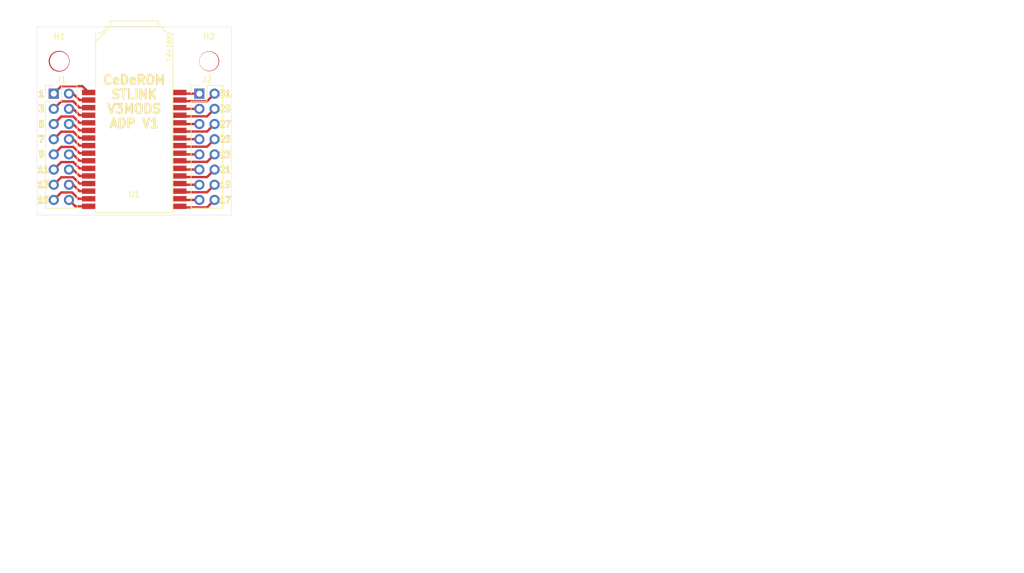
<source format=kicad_pcb>
(kicad_pcb (version 20241229) (generator "pcbnew") (generator_version "9.0")
  (title_block (title "CeDeROM STLINK-V3MODS ADAPTER") (date "2025-08-19") (rev "1") (company "CeDeROM"))
  (layers (0 "F.Cu" signal) (2 "B.Cu" signal) (13 "F.Paste" user) (15 "B.Paste" user) (5 "F.SilkS" user "F.Silkscreen") (7 "B.SilkS" user "B.Silkscreen") (1 "F.Mask" user) (3 "B.Mask" user) (25 "Edge.Cuts" user))
  (net 0 "")
  (net 1 "Net-(J1-Pin_14)")
  (net 2 "Net-(J1-Pin_2)")
  (net 3 "Net-(J1-Pin_16)")
  (net 4 "Net-(J1-Pin_9)")
  (net 5 "Net-(J1-Pin_7)")
  (net 6 "Net-(J1-Pin_5)")
  (net 7 "Net-(J1-Pin_12)")
  (net 8 "Net-(J1-Pin_3)")
  (net 9 "Net-(J1-Pin_1)")
  (net 10 "Net-(J1-Pin_4)")
  (net 11 "Net-(J1-Pin_13)")
  (net 12 "Net-(J1-Pin_8)")
  (net 13 "Net-(J1-Pin_11)")
  (net 14 "Net-(J1-Pin_15)")
  (net 15 "Net-(J1-Pin_10)")
  (net 16 "Net-(J1-Pin_6)")
  (net 17 "Net-(J2-Pin_4)")
  (net 18 "Net-(J2-Pin_5)")
  (net 19 "Net-(J2-Pin_10)")
  (net 20 "Net-(J2-Pin_1)")
  (net 21 "Net-(J2-Pin_16)")
  (net 22 "Net-(J2-Pin_11)")
  (net 23 "Net-(J2-Pin_12)")
  (net 24 "Net-(J2-Pin_8)")
  (net 25 "Net-(J2-Pin_6)")
  (net 26 "Net-(J2-Pin_13)")
  (net 27 "Net-(J2-Pin_15)")
  (net 28 "Net-(J2-Pin_2)")
  (net 29 "Net-(J2-Pin_9)")
  (net 30 "Net-(J2-Pin_7)")
  (net 31 "Net-(J2-Pin_3)")
  (net 32 "Net-(J2-Pin_14)")
  (footprint "MountingHole:MountingHole_3.2mm_M3" (layer "F.Cu") (at 130 90.25)
    (property "Reference" "H2" (at 0 -4.15 0) (layer "F.SilkS"))
    (property "Value" "MountingHole" (hide yes))
    (pad "" np_thru_hole circle (at 0 0) (size 3.2 3.2) (drill 3.2) (layers "*.Cu" "*.Mask"))
  )
  (footprint "Connector_PinHeader_2.54mm:PinHeader_2x08_P2.54mm_Vertical" (layer "F.Cu") (at 128.39 95.675)
    (property "Reference" "J2" (at 1.27 -2.38 0) (layer "F.SilkS"))
    (property "Value" "RIGHT")
    (fp_line (start -1.38 -1.38) (end 0 -1.38) (stroke (width 0.12)) (layer "F.SilkS"))
    (fp_line (start -1.38 0) (end -1.38 -1.38) (stroke (width 0.12)) (layer "F.SilkS"))
    (fp_line (start -1.38 1.27) (end -1.38 19.16) (stroke (width 0.12)) (layer "F.SilkS"))
    (fp_line (start -1.38 1.27) (end 1.27 1.27) (stroke (width 0.12)) (layer "F.SilkS"))
    (fp_line (start -1.38 19.16) (end 3.92 19.16) (stroke (width 0.12)) (layer "F.SilkS"))
    (fp_line (start 1.27 -1.38) (end 3.92 -1.38) (stroke (width 0.12)) (layer "F.SilkS"))
    (fp_line (start 1.27 1.27) (end 1.27 -1.38) (stroke (width 0.12)) (layer "F.SilkS"))
    (fp_line (start 3.92 -1.38) (end 3.92 19.16) (stroke (width 0.12)) (layer "F.SilkS"))
    (pad "1" thru_hole rect (at 0 0) (size 1.7 1.7) (drill 1) (layers "*.Cu" "*.Mask") (net 20 "Net-(J2-Pin_1)"))
    (pad "2" thru_hole circle (at 2.54 0) (size 1.7 1.7) (drill 1) (layers "*.Cu" "*.Mask") (net 28 "Net-(J2-Pin_2)"))
    (pad "3" thru_hole circle (at 0 2.54) (size 1.7 1.7) (drill 1) (layers "*.Cu" "*.Mask") (net 31 "Net-(J2-Pin_3)"))
    (pad "4" thru_hole circle (at 2.54 2.54) (size 1.7 1.7) (drill 1) (layers "*.Cu" "*.Mask") (net 17 "Net-(J2-Pin_4)"))
    (pad "5" thru_hole circle (at 0 5.08) (size 1.7 1.7) (drill 1) (layers "*.Cu" "*.Mask") (net 18 "Net-(J2-Pin_5)"))
    (pad "6" thru_hole circle (at 2.54 5.08) (size 1.7 1.7) (drill 1) (layers "*.Cu" "*.Mask") (net 25 "Net-(J2-Pin_6)"))
    (pad "7" thru_hole circle (at 0 7.62) (size 1.7 1.7) (drill 1) (layers "*.Cu" "*.Mask") (net 30 "Net-(J2-Pin_7)"))
    (pad "8" thru_hole circle (at 2.54 7.62) (size 1.7 1.7) (drill 1) (layers "*.Cu" "*.Mask") (net 24 "Net-(J2-Pin_8)"))
    (pad "9" thru_hole circle (at 0 10.16) (size 1.7 1.7) (drill 1) (layers "*.Cu" "*.Mask") (net 29 "Net-(J2-Pin_9)"))
    (pad "10" thru_hole circle (at 2.54 10.16) (size 1.7 1.7) (drill 1) (layers "*.Cu" "*.Mask") (net 19 "Net-(J2-Pin_10)"))
    (pad "11" thru_hole circle (at 0 12.7) (size 1.7 1.7) (drill 1) (layers "*.Cu" "*.Mask") (net 22 "Net-(J2-Pin_11)"))
    (pad "12" thru_hole circle (at 2.54 12.7) (size 1.7 1.7) (drill 1) (layers "*.Cu" "*.Mask") (net 23 "Net-(J2-Pin_12)"))
    (pad "13" thru_hole circle (at 0 15.24) (size 1.7 1.7) (drill 1) (layers "*.Cu" "*.Mask") (net 26 "Net-(J2-Pin_13)"))
    (pad "14" thru_hole circle (at 2.54 15.24) (size 1.7 1.7) (drill 1) (layers "*.Cu" "*.Mask") (net 32 "Net-(J2-Pin_14)"))
    (pad "15" thru_hole circle (at 0 17.78) (size 1.7 1.7) (drill 1) (layers "*.Cu" "*.Mask") (net 27 "Net-(J2-Pin_15)"))
    (pad "16" thru_hole circle (at 2.54 17.78) (size 1.7 1.7) (drill 1) (layers "*.Cu" "*.Mask") (net 21 "Net-(J2-Pin_16)"))
  )
  (footprint "CeDeROM:STLINK-V3MODS" (layer "F.Cu") (at 117.5 105)
    (property "Reference" "U1" (at 0 7.5 0) (layer "F.SilkS"))
    (property "Value" "STLINK-V3MODS")
    (fp_line (start -6.45 -18.05) (end -3.975 -20.525) (stroke (width 0.12)) (layer "F.SilkS"))
    (fp_line (start -6.45 10.55) (end -6.45 -19.423159) (stroke (width 0.12)) (layer "F.SilkS"))
    (fp_line (start -5.925284 -19.425) (end -6.45 -19.425) (stroke (width 0.12)) (layer "F.SilkS"))
    (fp_line (start -4.8 -20.525) (end 4.8 -20.525) (stroke (width 0.12)) (layer "F.SilkS"))
    (fp_line (start -4 -21.5) (end -4 -20.5) (stroke (width 0.12)) (layer "F.SilkS"))
    (fp_line (start -4 -21.5) (end 4 -21.5) (stroke (width 0.12)) (layer "F.SilkS"))
    (fp_line (start 4 -21.5) (end 4 -20.525) (stroke (width 0.12)) (layer "F.SilkS"))
    (fp_line (start 5.925284 -19.425) (end 6.45 -19.425) (stroke (width 0.12)) (layer "F.SilkS"))
    (fp_line (start 6.45 -19.425) (end 6.45 10.55) (stroke (width 0.12)) (layer "F.SilkS"))
    (fp_line (start 6.45 10.55) (end -6.45 10.55) (stroke (width 0.12)) (layer "F.SilkS"))
    (fp_arc (start -4.8 -20.525) (mid -5.131155 -19.738193) (end -5.925284 -19.425) (stroke (width 0.12)) (layer "F.SilkS"))
    (fp_arc (start 5.925284 -19.425) (mid 5.131155 -19.738192) (end 4.8 -20.525) (stroke (width 0.12)) (layer "F.SilkS"))
    (fp_text user "MB1467" (at 6.25 -19.25 90) (layer "F.SilkS") (effects (font (size 0.75 0.75) (thickness 0.1)) (justify left bottom mirror)))
    (pad "1" smd rect (at -7.62 -9.525 270) (size 0.9 2.24) (layers "F.Cu" "F.Mask" "F.Paste") (net 9 "Net-(J1-Pin_1)"))
    (pad "2" smd rect (at -7.62 -8.255 270) (size 0.9 2.24) (layers "F.Cu" "F.Mask" "F.Paste") (net 2 "Net-(J1-Pin_2)"))
    (pad "3" smd rect (at -7.62 -6.985 270) (size 0.9 2.24) (layers "F.Cu" "F.Mask" "F.Paste") (net 8 "Net-(J1-Pin_3)"))
    (pad "4" smd rect (at -7.62 -5.715 270) (size 0.9 2.24) (layers "F.Cu" "F.Mask" "F.Paste") (net 10 "Net-(J1-Pin_4)"))
    (pad "5" smd rect (at -7.62 -4.445 270) (size 0.9 2.24) (layers "F.Cu" "F.Mask" "F.Paste") (net 6 "Net-(J1-Pin_5)"))
    (pad "6" smd rect (at -7.62 -3.175 270) (size 0.9 2.24) (layers "F.Cu" "F.Mask" "F.Paste") (net 16 "Net-(J1-Pin_6)"))
    (pad "7" smd rect (at -7.62 -1.905 270) (size 0.9 2.24) (layers "F.Cu" "F.Mask" "F.Paste") (net 5 "Net-(J1-Pin_7)"))
    (pad "8" smd rect (at -7.62 -0.635 270) (size 0.9 2.24) (layers "F.Cu" "F.Mask" "F.Paste") (net 12 "Net-(J1-Pin_8)"))
    (pad "9" smd rect (at -7.62 0.635 270) (size 0.9 2.24) (layers "F.Cu" "F.Mask" "F.Paste") (net 4 "Net-(J1-Pin_9)"))
    (pad "10" smd rect (at -7.62 1.905 270) (size 0.9 2.24) (layers "F.Cu" "F.Mask" "F.Paste") (net 15 "Net-(J1-Pin_10)"))
    (pad "11" smd rect (at -7.62 3.175 270) (size 0.9 2.24) (layers "F.Cu" "F.Mask" "F.Paste") (net 13 "Net-(J1-Pin_11)"))
    (pad "12" smd rect (at -7.62 4.445 270) (size 0.9 2.24) (layers "F.Cu" "F.Mask" "F.Paste") (net 7 "Net-(J1-Pin_12)"))
    (pad "13" smd rect (at -7.62 5.715 270) (size 0.9 2.24) (layers "F.Cu" "F.Mask" "F.Paste") (net 11 "Net-(J1-Pin_13)"))
    (pad "14" smd rect (at -7.62 6.985 270) (size 0.9 2.24) (layers "F.Cu" "F.Mask" "F.Paste") (net 1 "Net-(J1-Pin_14)"))
    (pad "15" smd rect (at -7.62 8.255 270) (size 0.9 2.24) (layers "F.Cu" "F.Mask" "F.Paste") (net 14 "Net-(J1-Pin_15)"))
    (pad "16" smd rect (at -7.62 9.525 270) (size 0.9 2.24) (layers "F.Cu" "F.Mask" "F.Paste") (net 3 "Net-(J1-Pin_16)"))
    (pad "17" smd rect (at 7.62 9.525 270) (size 0.9 2.24) (layers "F.Cu" "F.Mask" "F.Paste") (net 21 "Net-(J2-Pin_16)"))
    (pad "18" smd rect (at 7.62 8.255 270) (size 0.9 2.24) (layers "F.Cu" "F.Mask" "F.Paste") (net 27 "Net-(J2-Pin_15)"))
    (pad "19" smd rect (at 7.62 6.985 270) (size 0.9 2.24) (layers "F.Cu" "F.Mask" "F.Paste") (net 32 "Net-(J2-Pin_14)"))
    (pad "20" smd rect (at 7.62 5.715 270) (size 0.9 2.24) (layers "F.Cu" "F.Mask" "F.Paste") (net 26 "Net-(J2-Pin_13)"))
    (pad "21" smd rect (at 7.62 4.445 270) (size 0.9 2.24) (layers "F.Cu" "F.Mask" "F.Paste") (net 23 "Net-(J2-Pin_12)"))
    (pad "22" smd rect (at 7.62 3.175 270) (size 0.9 2.24) (layers "F.Cu" "F.Mask" "F.Paste") (net 22 "Net-(J2-Pin_11)"))
    (pad "23" smd rect (at 7.62 1.905 270) (size 0.9 2.24) (layers "F.Cu" "F.Mask" "F.Paste") (net 19 "Net-(J2-Pin_10)"))
    (pad "24" smd rect (at 7.62 0.635 270) (size 0.9 2.24) (layers "F.Cu" "F.Mask" "F.Paste") (net 29 "Net-(J2-Pin_9)"))
    (pad "25" smd rect (at 7.62 -0.635 270) (size 0.9 2.24) (layers "F.Cu" "F.Mask" "F.Paste") (net 24 "Net-(J2-Pin_8)"))
    (pad "26" smd rect (at 7.62 -1.905 270) (size 0.9 2.24) (layers "F.Cu" "F.Mask" "F.Paste") (net 30 "Net-(J2-Pin_7)"))
    (pad "27" smd rect (at 7.62 -3.175 270) (size 0.9 2.24) (layers "F.Cu" "F.Mask" "F.Paste") (net 25 "Net-(J2-Pin_6)"))
    (pad "28" smd rect (at 7.62 -4.445 270) (size 0.9 2.24) (layers "F.Cu" "F.Mask" "F.Paste") (net 18 "Net-(J2-Pin_5)"))
    (pad "29" smd rect (at 7.62 -5.715 270) (size 0.9 2.24) (layers "F.Cu" "F.Mask" "F.Paste") (net 17 "Net-(J2-Pin_4)"))
    (pad "30" smd rect (at 7.62 -6.985 270) (size 0.9 2.24) (layers "F.Cu" "F.Mask" "F.Paste") (net 31 "Net-(J2-Pin_3)"))
    (pad "31" smd rect (at 7.62 -8.255 270) (size 0.9 2.24) (layers "F.Cu" "F.Mask" "F.Paste") (net 28 "Net-(J2-Pin_2)"))
    (pad "32" smd rect (at 7.62 -9.525 270) (size 0.9 2.24) (layers "F.Cu" "F.Mask" "F.Paste") (net 20 "Net-(J2-Pin_1)"))
  )
  (footprint "Connector_PinHeader_2.54mm:PinHeader_2x08_P2.54mm_Vertical" (layer "F.Cu") (at 104.05 95.675)
    (property "Reference" "J1" (at 1.27 -2.38 0) (layer "F.SilkS"))
    (property "Value" "LEFT" (hide yes))
    (fp_line (start -1.38 -1.38) (end 0 -1.38) (stroke (width 0.12)) (layer "F.SilkS"))
    (fp_line (start -1.38 0) (end -1.38 -1.38) (stroke (width 0.12)) (layer "F.SilkS"))
    (fp_line (start -1.38 1.27) (end -1.38 19.16) (stroke (width 0.12)) (layer "F.SilkS"))
    (fp_line (start -1.38 1.27) (end 1.27 1.27) (stroke (width 0.12)) (layer "F.SilkS"))
    (fp_line (start -1.38 19.16) (end 3.92 19.16) (stroke (width 0.12)) (layer "F.SilkS"))
    (fp_line (start 1.27 -1.38) (end 3.92 -1.38) (stroke (width 0.12)) (layer "F.SilkS"))
    (fp_line (start 1.27 1.27) (end 1.27 -1.38) (stroke (width 0.12)) (layer "F.SilkS"))
    (fp_line (start 3.92 -1.38) (end 3.92 19.16) (stroke (width 0.12)) (layer "F.SilkS"))
    (pad "1" thru_hole rect (at 0 0) (size 1.7 1.7) (drill 1) (layers "*.Cu" "*.Mask") (net 9 "Net-(J1-Pin_1)"))
    (pad "2" thru_hole circle (at 2.54 0) (size 1.7 1.7) (drill 1) (layers "*.Cu" "*.Mask") (net 2 "Net-(J1-Pin_2)"))
    (pad "3" thru_hole circle (at 0 2.54) (size 1.7 1.7) (drill 1) (layers "*.Cu" "*.Mask") (net 8 "Net-(J1-Pin_3)"))
    (pad "4" thru_hole circle (at 2.54 2.54) (size 1.7 1.7) (drill 1) (layers "*.Cu" "*.Mask") (net 10 "Net-(J1-Pin_4)"))
    (pad "5" thru_hole circle (at 0 5.08) (size 1.7 1.7) (drill 1) (layers "*.Cu" "*.Mask") (net 6 "Net-(J1-Pin_5)"))
    (pad "6" thru_hole circle (at 2.54 5.08) (size 1.7 1.7) (drill 1) (layers "*.Cu" "*.Mask") (net 16 "Net-(J1-Pin_6)"))
    (pad "7" thru_hole circle (at 0 7.62) (size 1.7 1.7) (drill 1) (layers "*.Cu" "*.Mask") (net 5 "Net-(J1-Pin_7)"))
    (pad "8" thru_hole circle (at 2.54 7.62) (size 1.7 1.7) (drill 1) (layers "*.Cu" "*.Mask") (net 12 "Net-(J1-Pin_8)"))
    (pad "9" thru_hole circle (at 0 10.16) (size 1.7 1.7) (drill 1) (layers "*.Cu" "*.Mask") (net 4 "Net-(J1-Pin_9)"))
    (pad "10" thru_hole circle (at 2.54 10.16) (size 1.7 1.7) (drill 1) (layers "*.Cu" "*.Mask") (net 15 "Net-(J1-Pin_10)"))
    (pad "11" thru_hole circle (at 0 12.7) (size 1.7 1.7) (drill 1) (layers "*.Cu" "*.Mask") (net 13 "Net-(J1-Pin_11)"))
    (pad "12" thru_hole circle (at 2.54 12.7) (size 1.7 1.7) (drill 1) (layers "*.Cu" "*.Mask") (net 7 "Net-(J1-Pin_12)"))
    (pad "13" thru_hole circle (at 0 15.24) (size 1.7 1.7) (drill 1) (layers "*.Cu" "*.Mask") (net 11 "Net-(J1-Pin_13)"))
    (pad "14" thru_hole circle (at 2.54 15.24) (size 1.7 1.7) (drill 1) (layers "*.Cu" "*.Mask") (net 1 "Net-(J1-Pin_14)"))
    (pad "15" thru_hole circle (at 0 17.78) (size 1.7 1.7) (drill 1) (layers "*.Cu" "*.Mask") (net 14 "Net-(J1-Pin_15)"))
    (pad "16" thru_hole circle (at 2.54 17.78) (size 1.7 1.7) (drill 1) (layers "*.Cu" "*.Mask") (net 3 "Net-(J1-Pin_16)"))
  )
  (footprint "MountingHole:MountingHole_3.2mm_M3" (layer "F.Cu") (at 105 90.25)
    (property "Reference" "H1" (at 0 -4.15 0) (layer "F.SilkS"))
    (property "Value" "MountingHole" (hide yes))
    (pad "" np_thru_hole circle (at 0 0) (size 3.2 3.2) (drill 3.2) (layers "*.Cu" "*.Mask"))
  )
  (gr_circle (center 104.94 90.25) (end 106 91.5) (stroke (width 0.2)) (fill no) (layer "F.Cu"))
  (gr_circle (center 130.04 90.25) (end 131.25 91.25) (stroke (width 0.2)) (fill no) (layer "F.Cu"))
  (gr_rect (start 101.25 84.5) (end 133.75 116) (stroke (width 0.05)) (fill no) (layer "Edge.Cuts"))
  (gr_text "7" (at 102 103.3 0) (layer "F.Cu") (effects (font (size 1 1) (thickness 0.25) (bold yes))))
  (gr_text "1" (at 102 95.675 0) (layer "F.Cu") (effects (font (size 1 1) (thickness 0.25) (bold yes))))
  (gr_text "19" (at 132.7 110.9 0) (layer "F.Cu") (effects (font (size 1 1) (thickness 0.25) (bold yes))))
  (gr_text "15" (at 102.3 113.5 0) (layer "F.Cu") (effects (font (size 1 1) (thickness 0.25) (bold yes))))
  (gr_text "25" (at 132.7 103.3 0) (layer "F.Cu") (effects (font (size 1 1) (thickness 0.25) (bold yes))))
  (gr_text "13" (at 102.3 110.9 0) (layer "F.Cu") (effects (font (size 1 1) (thickness 0.25) (bold yes))))
  (gr_text "3" (at 102 98.2 0) (layer "F.Cu") (effects (font (size 1 1) (thickness 0.25) (bold yes))))
  (gr_text "23" (at 132.7 105.9 0) (layer "F.Cu") (effects (font (size 1 1) (thickness 0.25) (bold yes))))
  (gr_text "5" (at 102 100.8 0) (layer "F.Cu") (effects (font (size 1 1) (thickness 0.25) (bold yes))))
  (gr_text "27" (at 132.7 100.8 0) (layer "F.Cu") (effects (font (size 1 1) (thickness 0.25) (bold yes))))
  (gr_text "CeDeROM\nSTLINK\nV3MODS\nADP V1" (at 117.5 101.5 0) (layer "F.Cu") (effects (font (size 1.5 1.5) (thickness 0.3) (bold yes)) (justify bottom)))
  (gr_text "31" (at 132.7 95.7 0) (layer "F.Cu") (effects (font (size 1 1) (thickness 0.25) (bold yes))))
  (gr_text "11" (at 102.3 108.4 0) (layer "F.Cu") (effects (font (size 1 1) (thickness 0.25) (bold yes))))
  (gr_text "21" (at 132.7 108.4 0) (layer "F.Cu") (effects (font (size 1 1) (thickness 0.25) (bold yes))))
  (gr_text "29" (at 132.7 98.2 0) (layer "F.Cu") (effects (font (size 1 1) (thickness 0.25) (bold yes))))
  (gr_text "9" (at 102 105.8 0) (layer "F.Cu") (effects (font (size 1 1) (thickness 0.25) (bold yes))))
  (gr_text "17" (at 132.7 113.5 0) (layer "F.Cu") (effects (font (size 1 1) (thickness 0.25) (bold yes))))
  (gr_text "CeDeROM\nSTLINK\nV3MODS\nADP V1" (at 117.5 101.5 0) (layer "F.SilkS") (effects (font (size 1.5 1.5) (thickness 0.3) (bold yes)) (justify bottom)))
  (gr_text "27" (at 132.7 100.8 0) (layer "F.SilkS") (effects (font (size 1 1) (thickness 0.25) (bold yes))))
  (gr_text "23" (at 132.7 105.9 0) (layer "F.SilkS") (effects (font (size 1 1) (thickness 0.25) (bold yes))))
  (gr_text "7" (at 102 103.3 0) (layer "F.SilkS") (effects (font (size 1 1) (thickness 0.25) (bold yes))))
  (gr_text "21" (at 132.7 108.4 0) (layer "F.SilkS") (effects (font (size 1 1) (thickness 0.25) (bold yes))))
  (gr_text "3" (at 102 98.2 0) (layer "F.SilkS") (effects (font (size 1 1) (thickness 0.25) (bold yes))))
  (gr_text "29" (at 132.7 98.2 0) (layer "F.SilkS") (effects (font (size 1 1) (thickness 0.25) (bold yes))))
  (gr_text "11" (at 102.3 108.4 0) (layer "F.SilkS") (effects (font (size 1 1) (thickness 0.25) (bold yes))))
  (gr_text "19" (at 132.7 110.9 0) (layer "F.SilkS") (effects (font (size 1 1) (thickness 0.25) (bold yes))))
  (gr_text "13" (at 102.3 110.9 0) (layer "F.SilkS") (effects (font (size 1 1) (thickness 0.25) (bold yes))))
  (gr_text "25" (at 132.7 103.3 0) (layer "F.SilkS") (effects (font (size 1 1) (thickness 0.25) (bold yes))))
  (gr_text "1" (at 102 95.675 0) (layer "F.SilkS") (effects (font (size 1 1) (thickness 0.25) (bold yes))))
  (gr_text "31" (at 132.7 95.7 0) (layer "F.SilkS") (effects (font (size 1 1) (thickness 0.25) (bold yes))))
  (gr_text "5" (at 102 100.8 0) (layer "F.SilkS") (effects (font (size 1 1) (thickness 0.25) (bold yes))))
  (gr_text "17" (at 132.7 113.5 0) (layer "F.SilkS") (effects (font (size 1 1) (thickness 0.25) (bold yes))))
  (gr_text "15" (at 102.3 113.5 0) (layer "F.SilkS") (effects (font (size 1 1) (thickness 0.25) (bold yes))))
  (gr_text "9" (at 102 105.8 0) (layer "F.SilkS") (effects (font (size 1 1) (thickness 0.25) (bold yes))))
  (segment (start 107.29 110.915) (end 106.59 110.915) (width 0.4) (layer "F.Cu") (net 1))
  (segment (start 109.88 111.985) (end 108.36 111.985) (width 0.4) (layer "F.Cu") (net 1))
  (segment (start 108.36 111.985) (end 107.29 110.915) (width 0.4) (layer "F.Cu") (net 1))
  (segment (start 108.36 96.745) (end 107.29 95.675) (width 0.4) (layer "F.Cu") (net 2))
  (segment (start 107.29 95.675) (end 106.59 95.675) (width 0.4) (layer "F.Cu") (net 2))
  (segment (start 109.88 96.745) (end 108.36 96.745) (width 0.4) (layer "F.Cu") (net 2))
  (segment (start 107.66 114.525) (end 106.59 113.455) (width 0.4) (layer "F.Cu") (net 3))
  (segment (start 109.88 114.525) (end 107.66 114.525) (width 0.4) (layer "F.Cu") (net 3))
  (segment (start 104.05 105.835) (end 105.301 104.584) (width 0.4) (layer "F.Cu") (net 4))
  (segment (start 108.36 105.635) (end 109.88 105.635) (width 0.4) (layer "F.Cu") (net 4))
  (segment (start 105.301 104.584) (end 107.309 104.584) (width 0.4) (layer "F.Cu") (net 4))
  (segment (start 107.309 104.584) (end 108.36 105.635) (width 0.4) (layer "F.Cu") (net 4))
  (segment (start 104.05 103.295) (end 105.301 102.044) (width 0.4) (layer "F.Cu") (net 5))
  (segment (start 107.309 102.044) (end 108.36 103.095) (width 0.4) (layer "F.Cu") (net 5))
  (segment (start 105.301 102.044) (end 107.309 102.044) (width 0.4) (layer "F.Cu") (net 5))
  (segment (start 108.36 103.095) (end 109.88 103.095) (width 0.4) (layer "F.Cu") (net 5))
  (segment (start 104.05 100.755) (end 105.301 99.504) (width 0.4) (layer "F.Cu") (net 6))
  (segment (start 108.36 100.555) (end 109.88 100.555) (width 0.4) (layer "F.Cu") (net 6))
  (segment (start 107.309 99.504) (end 108.36 100.555) (width 0.4) (layer "F.Cu") (net 6))
  (segment (start 105.301 99.504) (end 107.309 99.504) (width 0.4) (layer "F.Cu") (net 6))
  (segment (start 109.88 109.445) (end 108.36 109.445) (width 0.4) (layer "F.Cu") (net 7))
  (segment (start 108.36 109.445) (end 107.29 108.375) (width 0.4) (layer "F.Cu") (net 7))
  (segment (start 107.29 108.375) (end 106.59 108.375) (width 0.4) (layer "F.Cu") (net 7))
  (segment (start 104.05 98.215) (end 105.301 96.964) (width 0.4) (layer "F.Cu") (net 8))
  (segment (start 105.301 96.964) (end 107.309 96.964) (width 0.4) (layer "F.Cu") (net 8))
  (segment (start 108.36 98.015) (end 109.88 98.015) (width 0.4) (layer "F.Cu") (net 8))
  (segment (start 107.309 96.964) (end 108.36 98.015) (width 0.4) (layer "F.Cu") (net 8))
  (segment (start 108.829 94.424) (end 109.88 95.475) (width 0.4) (layer "F.Cu") (net 9))
  (segment (start 104.05 95.675) (end 105.301 94.424) (width 0.4) (layer "F.Cu") (net 9))
  (segment (start 105.301 94.424) (end 108.829 94.424) (width 0.4) (layer "F.Cu") (net 9))
  (segment (start 108.36 99.285) (end 107.29 98.215) (width 0.4) (layer "F.Cu") (net 10))
  (segment (start 107.29 98.215) (end 106.59 98.215) (width 0.4) (layer "F.Cu") (net 10))
  (segment (start 109.88 99.285) (end 108.36 99.285) (width 0.4) (layer "F.Cu") (net 10))
  (segment (start 104.05 110.915) (end 105.301 109.664) (width 0.4) (layer "F.Cu") (net 11))
  (segment (start 108.36 110.715) (end 109.88 110.715) (width 0.4) (layer "F.Cu") (net 11))
  (segment (start 107.309 109.664) (end 108.36 110.715) (width 0.4) (layer "F.Cu") (net 11))
  (segment (start 105.301 109.664) (end 107.309 109.664) (width 0.4) (layer "F.Cu") (net 11))
  (segment (start 109.88 104.365) (end 108.36 104.365) (width 0.4) (layer "F.Cu") (net 12))
  (segment (start 107.29 103.295) (end 106.59 103.295) (width 0.4) (layer "F.Cu") (net 12))
  (segment (start 108.36 104.365) (end 107.29 103.295) (width 0.4) (layer "F.Cu") (net 12))
  (segment (start 105.301 107.124) (end 107.309 107.124) (width 0.4) (layer "F.Cu") (net 13))
  (segment (start 108.36 108.175) (end 109.88 108.175) (width 0.4) (layer "F.Cu") (net 13))
  (segment (start 104.05 108.375) (end 105.301 107.124) (width 0.4) (layer "F.Cu") (net 13))
  (segment (start 107.309 107.124) (end 108.36 108.175) (width 0.4) (layer "F.Cu") (net 13))
  (segment (start 105.301 112.204) (end 107.108182 112.204) (width 0.4) (layer "F.Cu") (net 14))
  (segment (start 104.05 113.455) (end 105.301 112.204) (width 0.4) (layer "F.Cu") (net 14))
  (segment (start 108.159182 113.255) (end 109.88 113.255) (width 0.4) (layer "F.Cu") (net 14))
  (segment (start 107.108182 112.204) (end 108.159182 113.255) (width 0.4) (layer "F.Cu") (net 14))
  (segment (start 108.36 106.905) (end 107.29 105.835) (width 0.4) (layer "F.Cu") (net 15))
  (segment (start 107.29 105.835) (end 106.59 105.835) (width 0.4) (layer "F.Cu") (net 15))
  (segment (start 109.88 106.905) (end 108.36 106.905) (width 0.4) (layer "F.Cu") (net 15))
  (segment (start 108.36 101.825) (end 107.29 100.755) (width 0.4) (layer "F.Cu") (net 16))
  (segment (start 107.29 100.755) (end 106.59 100.755) (width 0.4) (layer "F.Cu") (net 16))
  (segment (start 109.88 101.825) (end 108.36 101.825) (width 0.4) (layer "F.Cu") (net 16))
  (segment (start 129.679 99.466) (end 130.93 98.215) (width 0.4) (layer "F.Cu") (net 17))
  (segment (start 125.12 99.285) (end 125.301 99.466) (width 0.4) (layer "F.Cu") (net 17))
  (segment (start 125.301 99.466) (end 129.679 99.466) (width 0.4) (layer "F.Cu") (net 17))
  (segment (start 128.39 100.755) (end 125.32 100.755) (width 0.4) (layer "F.Cu") (net 18))
  (segment (start 125.32 100.755) (end 125.12 100.555) (width 0.4) (layer "F.Cu") (net 18))
  (segment (start 125.12 106.905) (end 125.301 107.086) (width 0.4) (layer "F.Cu") (net 19))
  (segment (start 129.679 107.086) (end 130.93 105.835) (width 0.4) (layer "F.Cu") (net 19))
  (segment (start 125.301 107.086) (end 129.679 107.086) (width 0.4) (layer "F.Cu") (net 19))
  (segment (start 128.39 95.675) (end 125.32 95.675) (width 0.4) (layer "F.Cu") (net 20))
  (segment (start 125.32 95.675) (end 125.12 95.475) (width 0.4) (layer "F.Cu") (net 20))
  (segment (start 125.301 114.706) (end 129.679 114.706) (width 0.4) (layer "F.Cu") (net 21))
  (segment (start 129.679 114.706) (end 130.93 113.455) (width 0.4) (layer "F.Cu") (net 21))
  (segment (start 125.12 114.525) (end 125.301 114.706) (width 0.4) (layer "F.Cu") (net 21))
  (segment (start 125.32 108.375) (end 125.12 108.175) (width 0.4) (layer "F.Cu") (net 22))
  (segment (start 128.39 108.375) (end 125.32 108.375) (width 0.4) (layer "F.Cu") (net 22))
  (segment (start 125.301 109.626) (end 129.679 109.626) (width 0.4) (layer "F.Cu") (net 23))
  (segment (start 125.12 109.445) (end 125.301 109.626) (width 0.4) (layer "F.Cu") (net 23))
  (segment (start 129.679 109.626) (end 130.93 108.375) (width 0.4) (layer "F.Cu") (net 23))
  (segment (start 125.301 104.546) (end 129.679 104.546) (width 0.4) (layer "F.Cu") (net 24))
  (segment (start 125.12 104.365) (end 125.301 104.546) (width 0.4) (layer "F.Cu") (net 24))
  (segment (start 129.679 104.546) (end 130.93 103.295) (width 0.4) (layer "F.Cu") (net 24))
  (segment (start 125.301 102.006) (end 129.679 102.006) (width 0.4) (layer "F.Cu") (net 25))
  (segment (start 125.12 101.825) (end 125.301 102.006) (width 0.4) (layer "F.Cu") (net 25))
  (segment (start 129.679 102.006) (end 130.93 100.755) (width 0.4) (layer "F.Cu") (net 25))
  (segment (start 125.32 110.915) (end 125.12 110.715) (width 0.4) (layer "F.Cu") (net 26))
  (segment (start 128.39 110.915) (end 125.32 110.915) (width 0.4) (layer "F.Cu") (net 26))
  (segment (start 125.32 113.455) (end 125.12 113.255) (width 0.4) (layer "F.Cu") (net 27))
  (segment (start 128.39 113.455) (end 125.32 113.455) (width 0.4) (layer "F.Cu") (net 27))
  (segment (start 125.12 96.745) (end 125.301 96.926) (width 0.4) (layer "F.Cu") (net 28))
  (segment (start 129.679 96.926) (end 130.93 95.675) (width 0.4) (layer "F.Cu") (net 28))
  (segment (start 125.301 96.926) (end 129.679 96.926) (width 0.4) (layer "F.Cu") (net 28))
  (segment (start 125.32 105.835) (end 125.12 105.635) (width 0.4) (layer "F.Cu") (net 29))
  (segment (start 128.39 105.835) (end 125.32 105.835) (width 0.4) (layer "F.Cu") (net 29))
  (segment (start 125.32 103.295) (end 125.12 103.095) (width 0.4) (layer "F.Cu") (net 30))
  (segment (start 128.39 103.295) (end 125.32 103.295) (width 0.4) (layer "F.Cu") (net 30))
  (segment (start 128.39 98.215) (end 125.32 98.215) (width 0.4) (layer "F.Cu") (net 31))
  (segment (start 125.32 98.215) (end 125.12 98.015) (width 0.4) (layer "F.Cu") (net 31))
  (segment (start 129.679 112.166) (end 130.93 110.915) (width 0.4) (layer "F.Cu") (net 32))
  (segment (start 125.12 111.985) (end 125.301 112.166) (width 0.4) (layer "F.Cu") (net 32))
  (segment (start 125.301 112.166) (end 129.679 112.166) (width 0.4) (layer "F.Cu") (net 32))
)
</source>
